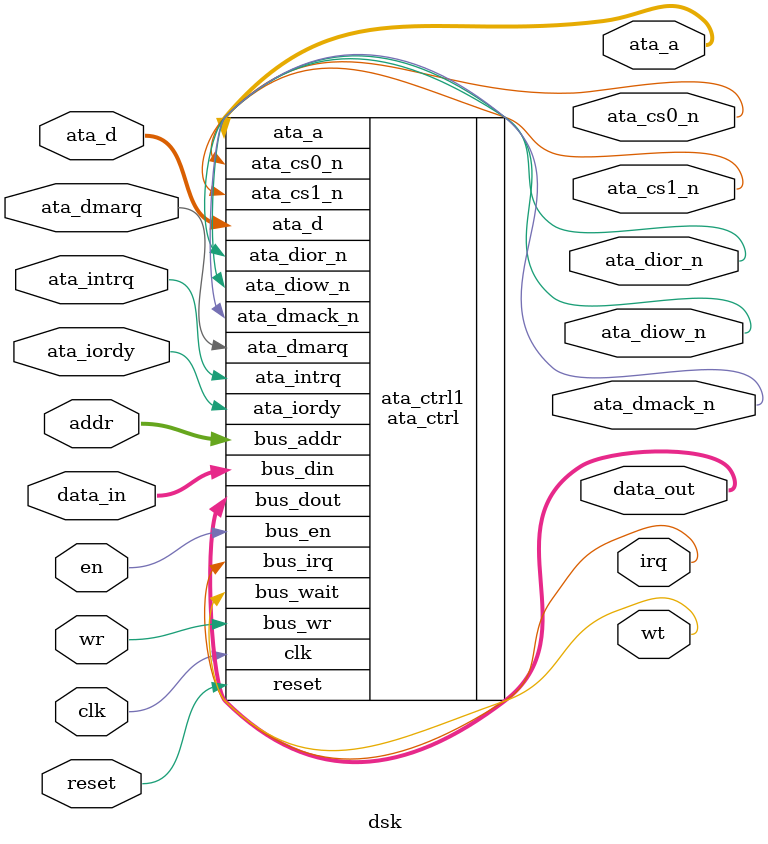
<source format=v>
module dsk(clk, reset,
           en, wr, addr,
           data_in, data_out,
           wt, irq,
           ata_d, ata_a, ata_cs0_n, ata_cs1_n,
           ata_dior_n, ata_diow_n, ata_intrq,
           ata_dmarq, ata_dmack_n, ata_iordy);
    // internal interface signals
    input clk;
    input reset;
    input en;
    input wr;
    input [19:2] addr;
    input [31:0] data_in;
    output [31:0] data_out;
    output wt;
    output irq;
    // external interface signals
    inout [15:0] ata_d;
    output [2:0] ata_a;
    output ata_cs0_n, ata_cs1_n;
    output ata_dior_n, ata_diow_n;
    input ata_intrq;
    input ata_dmarq;
    output ata_dmack_n;
    input ata_iordy;

  ata_ctrl ata_ctrl1 (
    .clk(clk),
    .reset(reset),
    .bus_en(en),
    .bus_wr(wr),
    .bus_addr(addr),
    .bus_din(data_in),
    .bus_dout(data_out),
    .bus_wait(wt),
    .bus_irq(irq),
    .ata_d(ata_d),
    .ata_a(ata_a),
    .ata_cs0_n(ata_cs0_n),
    .ata_cs1_n(ata_cs1_n),
    .ata_dior_n(ata_dior_n),
    .ata_diow_n(ata_diow_n),
    .ata_intrq(ata_intrq),
    .ata_dmarq(ata_dmarq),
    .ata_dmack_n(ata_dmack_n),
    .ata_iordy(ata_iordy)
  );

endmodule

</source>
